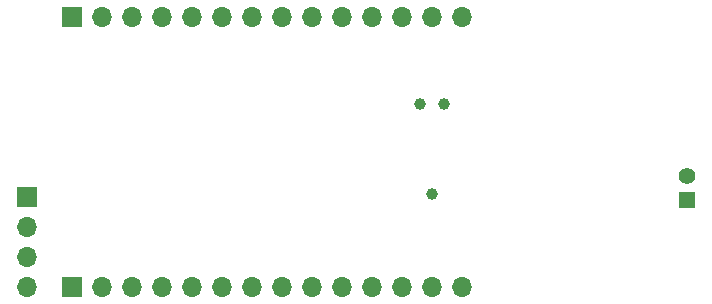
<source format=gbr>
G04 #@! TF.GenerationSoftware,KiCad,Pcbnew,(5.1.5-0-10_14)*
G04 #@! TF.CreationDate,2020-06-28T10:11:47+02:00*
G04 #@! TF.ProjectId,imcp-devkit,696d6370-2d64-4657-966b-69742e6b6963,rev?*
G04 #@! TF.SameCoordinates,Original*
G04 #@! TF.FileFunction,Soldermask,Bot*
G04 #@! TF.FilePolarity,Negative*
%FSLAX46Y46*%
G04 Gerber Fmt 4.6, Leading zero omitted, Abs format (unit mm)*
G04 Created by KiCad (PCBNEW (5.1.5-0-10_14)) date 2020-06-28 10:11:47*
%MOMM*%
%LPD*%
G04 APERTURE LIST*
%ADD10R,1.700000X1.700000*%
%ADD11O,1.700000X1.700000*%
%ADD12R,1.400000X1.400000*%
%ADD13C,1.400000*%
%ADD14C,0.990600*%
G04 APERTURE END LIST*
D10*
X83820000Y-83820000D03*
D11*
X86360000Y-83820000D03*
X88900000Y-83820000D03*
X91440000Y-83820000D03*
X93980000Y-83820000D03*
X96520000Y-83820000D03*
X99060000Y-83820000D03*
X101600000Y-83820000D03*
X104140000Y-83820000D03*
X106680000Y-83820000D03*
X109220000Y-83820000D03*
X111760000Y-83820000D03*
X114300000Y-83820000D03*
X116840000Y-83820000D03*
X116840000Y-60960000D03*
X114300000Y-60960000D03*
X111760000Y-60960000D03*
X109220000Y-60960000D03*
X106680000Y-60960000D03*
X104140000Y-60960000D03*
X101600000Y-60960000D03*
X99060000Y-60960000D03*
X96520000Y-60960000D03*
X93980000Y-60960000D03*
X91440000Y-60960000D03*
X88900000Y-60960000D03*
X86360000Y-60960000D03*
D10*
X83820000Y-60960000D03*
X80010000Y-76200000D03*
D11*
X80010000Y-78740000D03*
X80010000Y-81280000D03*
X80010000Y-83820000D03*
D12*
X135890000Y-76438000D03*
D13*
X135890000Y-74438000D03*
D14*
X114300000Y-75946000D03*
X113284000Y-68326000D03*
X115316000Y-68326000D03*
M02*

</source>
